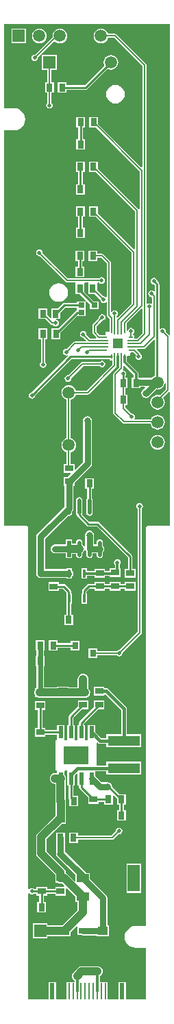
<source format=gtl>
%FSLAX25Y25*%
%MOIN*%
G70*
G01*
G75*
G04 Layer_Physical_Order=1*
G04 Layer_Color=255*
%ADD10R,0.03150X0.03937*%
%ADD11R,0.02362X0.07874*%
%ADD12R,0.01063X0.07874*%
%ADD13R,0.03937X0.03150*%
%ADD14R,0.05906X0.12992*%
%ADD15R,0.05906X0.03937*%
%ADD16R,0.01969X0.07874*%
%ADD17O,0.01969X0.07874*%
%ADD18R,0.05118X0.05118*%
%ADD19R,0.02362X0.00787*%
%ADD20R,0.03150X0.00787*%
%ADD21R,0.00787X0.02362*%
%ADD22R,0.00787X0.03150*%
%ADD23R,0.03150X0.02559*%
%ADD24R,0.15748X0.05118*%
%ADD25C,0.05906*%
%ADD26R,0.03937X0.04724*%
%ADD27R,0.12402X0.08898*%
%ADD28R,0.02400X0.05906*%
%ADD29R,0.04724X0.03937*%
%ADD30R,0.03150X0.03543*%
%ADD31R,0.03150X0.03543*%
%ADD32R,0.01575X0.03937*%
%ADD33C,0.00787*%
%ADD34C,0.01000*%
%ADD35C,0.01181*%
%ADD36C,0.03150*%
%ADD37C,0.03937*%
%ADD38C,0.02362*%
%ADD39C,0.01575*%
%ADD40R,0.05906X0.05906*%
%ADD41R,0.05906X0.05906*%
%ADD42C,0.01969*%
%ADD43C,0.03150*%
%ADD44C,0.01575*%
G36*
X81674Y-151885D02*
X81212Y-152076D01*
X79685Y-150549D01*
X79716Y-150394D01*
X79594Y-149779D01*
X79246Y-149258D01*
X78725Y-148910D01*
X78110Y-148788D01*
X77496Y-148910D01*
X76982Y-149253D01*
X76906Y-149213D01*
X76542Y-148969D01*
Y-127516D01*
X76542Y-127516D01*
X76457Y-127091D01*
X76216Y-126730D01*
X75498Y-126012D01*
X75503Y-125984D01*
X75381Y-125370D01*
X75033Y-124849D01*
X74512Y-124501D01*
X73898Y-124379D01*
X73283Y-124501D01*
X72762Y-124849D01*
X72414Y-125370D01*
X72292Y-125984D01*
X72414Y-126599D01*
X72762Y-127120D01*
X73283Y-127468D01*
X73898Y-127590D01*
X73925Y-127584D01*
X74318Y-127977D01*
Y-130601D01*
X73852Y-130912D01*
X73331Y-130564D01*
X72716Y-130442D01*
X72102Y-130564D01*
X71581Y-130912D01*
X71233Y-131433D01*
X71111Y-132047D01*
X71233Y-132662D01*
X71581Y-133183D01*
X72102Y-133531D01*
X72716Y-133653D01*
X72942Y-134786D01*
Y-136586D01*
X72501Y-136822D01*
X72386Y-136745D01*
X71772Y-136623D01*
X71157Y-136745D01*
X70697Y-137053D01*
X70256Y-136817D01*
Y-20984D01*
X70179Y-20600D01*
X69962Y-20275D01*
X55677Y-5990D01*
X55352Y-5773D01*
X54968Y-5697D01*
X51530D01*
X51205Y-4913D01*
X50637Y-4173D01*
X49897Y-3605D01*
X49035Y-3248D01*
X48110Y-3126D01*
X47185Y-3248D01*
X46323Y-3605D01*
X45583Y-4173D01*
X45015Y-4913D01*
X44658Y-5775D01*
X44536Y-6700D01*
X44658Y-7625D01*
X45015Y-8487D01*
X45583Y-9227D01*
X46323Y-9795D01*
X47185Y-10152D01*
X48110Y-10274D01*
X49035Y-10152D01*
X49897Y-9795D01*
X50637Y-9227D01*
X51205Y-8487D01*
X51530Y-7704D01*
X54552D01*
X68248Y-21400D01*
Y-70390D01*
X67787Y-70582D01*
X46650Y-49446D01*
Y-46141D01*
X42320D01*
Y-51259D01*
X45625D01*
X66870Y-72504D01*
Y-90902D01*
X66392Y-91047D01*
X66300Y-90909D01*
X46515Y-71124D01*
Y-67819D01*
X42184D01*
Y-72937D01*
X45489D01*
X64587Y-92035D01*
Y-110313D01*
X64125Y-110504D01*
X46510Y-92889D01*
Y-89584D01*
X42179D01*
Y-94702D01*
X45485D01*
X63012Y-112230D01*
Y-136907D01*
X56271Y-143649D01*
X55809Y-143457D01*
Y-142918D01*
X55941Y-142830D01*
X56289Y-142309D01*
X56411Y-141695D01*
X56289Y-141080D01*
X55941Y-140560D01*
X55420Y-140211D01*
X54805Y-140089D01*
X54191Y-140211D01*
X53670Y-140560D01*
X53411Y-140947D01*
X52933Y-140802D01*
Y-117008D01*
X52856Y-116624D01*
X52639Y-116298D01*
X49332Y-112992D01*
X49007Y-112775D01*
X48623Y-112698D01*
X46415D01*
Y-111143D01*
X42085D01*
Y-116261D01*
X46415D01*
Y-114705D01*
X48207D01*
X50926Y-117423D01*
Y-133545D01*
X50693Y-133700D01*
X50485Y-133811D01*
X49984Y-133477D01*
X49370Y-133355D01*
X49215Y-133386D01*
X46305Y-130476D01*
Y-127041D01*
X46305D01*
Y-126987D01*
X46659Y-126633D01*
X47162D01*
X47251Y-126765D01*
X47771Y-127113D01*
X48386Y-127236D01*
X49000Y-127113D01*
X49521Y-126765D01*
X49869Y-126244D01*
X49992Y-125630D01*
X49869Y-125015D01*
X49521Y-124495D01*
X49000Y-124146D01*
X48386Y-124024D01*
X47771Y-124146D01*
X47251Y-124495D01*
X47162Y-124626D01*
X31951D01*
X19685Y-112361D01*
X19716Y-112205D01*
X19593Y-111591D01*
X19245Y-111070D01*
X18724Y-110722D01*
X18110Y-110599D01*
X17495Y-110722D01*
X16975Y-111070D01*
X16627Y-111591D01*
X16504Y-112205D01*
X16627Y-112819D01*
X16975Y-113340D01*
X17495Y-113688D01*
X18110Y-113811D01*
X18266Y-113780D01*
X30825Y-126339D01*
X31151Y-126557D01*
X31535Y-126633D01*
X35675D01*
Y-127041D01*
X35675D01*
Y-132159D01*
X37582D01*
X40756Y-135333D01*
Y-135567D01*
X40633Y-135863D01*
X36395D01*
Y-136622D01*
X30176D01*
X30176Y-136622D01*
X29751Y-136706D01*
X29390Y-136947D01*
X29390Y-136947D01*
X27126Y-139211D01*
X23974D01*
Y-143831D01*
X23512Y-144023D01*
X22006Y-142516D01*
Y-139211D01*
X17675D01*
Y-144329D01*
X20980D01*
X23739Y-147088D01*
X24064Y-147305D01*
X24064Y-147305D01*
X24064Y-147305D01*
D01*
X24064Y-147305D01*
X24064Y-147305D01*
X24448Y-147381D01*
X24800D01*
X24888Y-147513D01*
X25409Y-147861D01*
X26024Y-147984D01*
X26638Y-147861D01*
X27159Y-147513D01*
X27507Y-146992D01*
X27629Y-146378D01*
X27507Y-145764D01*
X27159Y-145243D01*
X26638Y-144895D01*
X26297Y-144827D01*
X26346Y-144329D01*
X28305D01*
Y-141177D01*
X30637Y-138846D01*
X36395D01*
Y-139604D01*
Y-140041D01*
X36334Y-140053D01*
X35973Y-140294D01*
X35973Y-140294D01*
X27266Y-149001D01*
X24114D01*
Y-154119D01*
X28445D01*
Y-150967D01*
X36462Y-142950D01*
X40725D01*
Y-139604D01*
Y-135956D01*
X40758Y-135942D01*
D01*
X41187Y-135765D01*
X42694Y-137271D01*
Y-139604D01*
X47025D01*
Y-135863D01*
X44692D01*
X40006Y-131177D01*
Y-127041D01*
X40006D01*
Y-126987D01*
X40359Y-126633D01*
X41974D01*
Y-127041D01*
X41974D01*
Y-132159D01*
X45149D01*
X47795Y-134805D01*
X47764Y-134961D01*
X47887Y-135575D01*
X48235Y-136096D01*
X48756Y-136444D01*
X49370Y-136566D01*
X49984Y-136444D01*
X50485Y-136110D01*
X50693Y-136221D01*
X50926Y-136377D01*
Y-142638D01*
X50926Y-142638D01*
X50926D01*
X51002Y-143022D01*
X51219Y-143347D01*
X52227Y-144355D01*
Y-150101D01*
X52228Y-150108D01*
X51911Y-150495D01*
X50475D01*
Y-151931D01*
X50088Y-152248D01*
X50081Y-152247D01*
X47564D01*
X45885Y-150569D01*
Y-147857D01*
X48585Y-145157D01*
X48740Y-145188D01*
X49355Y-145066D01*
X49876Y-144718D01*
X50224Y-144197D01*
X50346Y-143583D01*
X50224Y-142968D01*
X49876Y-142447D01*
X49355Y-142099D01*
X48740Y-141977D01*
X48126Y-142099D01*
X47605Y-142447D01*
X47257Y-142968D01*
X47135Y-143583D01*
X47165Y-143738D01*
X44172Y-146731D01*
X43955Y-147057D01*
X43878Y-147441D01*
Y-150984D01*
X43878Y-150984D01*
X43878D01*
X43955Y-151368D01*
X44172Y-151694D01*
X45838Y-153360D01*
X45647Y-153822D01*
X42839D01*
X41023Y-152006D01*
X41054Y-151850D01*
X40932Y-151236D01*
X40584Y-150715D01*
X40063Y-150367D01*
X39449Y-150245D01*
X38834Y-150367D01*
X38313Y-150715D01*
X37965Y-151236D01*
X37843Y-151850D01*
X37965Y-152465D01*
X38313Y-152986D01*
X38834Y-153334D01*
X39449Y-153456D01*
X39604Y-153425D01*
X41114Y-154935D01*
X40922Y-155396D01*
X35293D01*
X34909Y-155473D01*
X34583Y-155690D01*
X31376Y-158898D01*
X31220Y-158867D01*
X30606Y-158989D01*
X30085Y-159337D01*
X29737Y-159858D01*
X29615Y-160472D01*
X29737Y-161087D01*
X30085Y-161608D01*
X30606Y-161956D01*
X31220Y-162078D01*
X31835Y-161956D01*
X32116Y-162377D01*
X14517Y-179976D01*
X14490Y-179971D01*
X13875Y-180093D01*
X13354Y-180441D01*
X13006Y-180962D01*
X12884Y-181576D01*
X13006Y-182191D01*
X13354Y-182712D01*
X13875Y-183060D01*
X14490Y-183182D01*
X15104Y-183060D01*
X15625Y-182712D01*
X15973Y-182191D01*
X16095Y-181576D01*
X16090Y-181549D01*
X33810Y-163829D01*
X52246D01*
Y-164471D01*
X53802D01*
Y-166472D01*
X41203Y-179071D01*
X35871D01*
X35547Y-178288D01*
X34979Y-177548D01*
X34239Y-176980D01*
X33377Y-176623D01*
X32452Y-176501D01*
X31527Y-176623D01*
X30665Y-176980D01*
X29925Y-177548D01*
X29357Y-178288D01*
X29000Y-179150D01*
X28878Y-180075D01*
X29000Y-181000D01*
X29357Y-181862D01*
X29925Y-182602D01*
X30665Y-183170D01*
X31448Y-183494D01*
Y-202246D01*
X30665Y-202570D01*
X29925Y-203138D01*
X29357Y-203878D01*
X29000Y-204740D01*
X28878Y-205665D01*
X29000Y-206590D01*
X29357Y-207452D01*
X29925Y-208192D01*
X30665Y-208760D01*
X31436Y-209080D01*
Y-214835D01*
X30041D01*
Y-219166D01*
X33265D01*
X33456Y-219628D01*
X31949Y-221134D01*
X30041D01*
Y-225465D01*
X30330D01*
Y-235490D01*
X17218Y-248602D01*
X16740Y-249318D01*
X16572Y-250163D01*
Y-268110D01*
X16740Y-268955D01*
X17218Y-269671D01*
X17935Y-270150D01*
X18779Y-270318D01*
X25129D01*
X25130Y-270318D01*
X31162D01*
Y-270732D01*
X33918D01*
Y-269752D01*
X34038Y-269672D01*
X34517Y-268955D01*
X34685Y-268110D01*
X34517Y-267266D01*
X34038Y-266549D01*
X33918Y-266469D01*
Y-265614D01*
X31162D01*
Y-265903D01*
X25131D01*
X25130Y-265902D01*
X20987D01*
Y-251077D01*
X31991Y-240074D01*
X32538Y-240182D01*
X33153Y-240060D01*
X33674Y-239712D01*
X34021Y-239191D01*
X34144Y-238577D01*
Y-237899D01*
X34578Y-237249D01*
X34746Y-236404D01*
X34668Y-236014D01*
X34746Y-235624D01*
Y-225465D01*
X35159D01*
Y-224169D01*
X43057Y-216271D01*
X43057Y-216271D01*
X43057Y-216271D01*
X43536Y-215555D01*
X43704Y-214710D01*
Y-193937D01*
X43536Y-193092D01*
X43057Y-192376D01*
X42341Y-191897D01*
X41496Y-191729D01*
X40651Y-191897D01*
X39935Y-192376D01*
X39456Y-193092D01*
X39288Y-193937D01*
Y-213795D01*
X35621Y-217463D01*
X35159Y-217271D01*
Y-214835D01*
X33443D01*
Y-209090D01*
X34239Y-208760D01*
X34979Y-208192D01*
X35547Y-207452D01*
X35904Y-206590D01*
X36026Y-205665D01*
X35904Y-204740D01*
X35547Y-203878D01*
X34979Y-203138D01*
X34239Y-202570D01*
X33455Y-202246D01*
Y-183494D01*
X34239Y-183170D01*
X34979Y-182602D01*
X35547Y-181862D01*
X35871Y-181078D01*
X41618D01*
X42002Y-181002D01*
X42328Y-180784D01*
X55515Y-167597D01*
X55660Y-167380D01*
X55732Y-167272D01*
X55809Y-166888D01*
Y-162305D01*
X56951D01*
Y-167889D01*
X54369Y-170472D01*
X54152Y-170797D01*
X54075Y-171181D01*
Y-190079D01*
X54075Y-190079D01*
X54075D01*
X54152Y-190463D01*
X54369Y-190788D01*
X58630Y-195049D01*
X58847Y-195194D01*
X58956Y-195267D01*
X59340Y-195343D01*
X72172D01*
X72194Y-195512D01*
X72551Y-196373D01*
X73119Y-197114D01*
X73859Y-197682D01*
X74721Y-198039D01*
X75646Y-198160D01*
X76571Y-198039D01*
X77433Y-197682D01*
X78173Y-197114D01*
X78741Y-196373D01*
X79098Y-195512D01*
X79220Y-194587D01*
X79098Y-193662D01*
X78741Y-192800D01*
X78173Y-192060D01*
X77433Y-191491D01*
X76571Y-191135D01*
X75646Y-191013D01*
X74721Y-191135D01*
X73859Y-191491D01*
X73119Y-192060D01*
X72551Y-192800D01*
X72329Y-193336D01*
X64634D01*
X64398Y-192895D01*
X64633Y-192544D01*
X64755Y-191929D01*
X64633Y-191315D01*
X64285Y-190794D01*
X63764Y-190446D01*
X63150Y-190323D01*
X62994Y-190354D01*
X60019Y-187380D01*
Y-186289D01*
X61119D01*
Y-181171D01*
X59957D01*
Y-177969D01*
X61026D01*
Y-172851D01*
X59972D01*
Y-172098D01*
X59996Y-172082D01*
X60344Y-171562D01*
X60466Y-170947D01*
X60344Y-170333D01*
X59996Y-169812D01*
X59475Y-169464D01*
X58860Y-169341D01*
X58848Y-169344D01*
X58664Y-169015D01*
X58664D01*
X58664D01*
D01*
X58882Y-168689D01*
X58895Y-168625D01*
X58958Y-168305D01*
Y-167102D01*
X59420Y-166911D01*
X63955Y-171446D01*
Y-172851D01*
X62994D01*
Y-177969D01*
X67325D01*
Y-177329D01*
X69446D01*
X69638Y-177791D01*
X68439Y-178990D01*
X67960Y-179706D01*
X67792Y-180551D01*
X67960Y-181396D01*
X68439Y-182112D01*
X69155Y-182591D01*
X70000Y-182759D01*
X70845Y-182591D01*
X71561Y-182112D01*
X71561Y-182112D01*
X71561Y-182112D01*
X75056Y-178618D01*
X75646Y-178695D01*
X76571Y-178574D01*
X77433Y-178217D01*
X78173Y-177649D01*
X78741Y-176909D01*
X79098Y-176047D01*
X79167Y-175523D01*
X79666Y-175556D01*
Y-178420D01*
X76651Y-181435D01*
X76571Y-181402D01*
X75646Y-181280D01*
X74721Y-181402D01*
X73859Y-181759D01*
X73119Y-182327D01*
X72551Y-183067D01*
X72194Y-183929D01*
X72072Y-184854D01*
X72194Y-185779D01*
X72551Y-186641D01*
X73119Y-187381D01*
X73859Y-187949D01*
X74721Y-188306D01*
X75646Y-188428D01*
X76571Y-188306D01*
X77433Y-187949D01*
X78173Y-187381D01*
X78741Y-186641D01*
X79098Y-185779D01*
X79220Y-184854D01*
X79098Y-183929D01*
X78741Y-183067D01*
X78357Y-182567D01*
X81212Y-179712D01*
X81674Y-179903D01*
Y-245060D01*
X70866D01*
X70482Y-245136D01*
X70157Y-245354D01*
X69939Y-245679D01*
X69863Y-246063D01*
Y-439548D01*
X64961D01*
Y-439521D01*
X63573Y-439704D01*
X62280Y-440239D01*
X61170Y-441091D01*
X60318Y-442202D01*
X59782Y-443495D01*
X59600Y-444882D01*
X59782Y-446270D01*
X60318Y-447563D01*
X61170Y-448673D01*
X62280Y-449525D01*
X63573Y-450060D01*
X64961Y-450243D01*
Y-450216D01*
X69863D01*
Y-475375D01*
X60210D01*
Y-466812D01*
X56666D01*
Y-475375D01*
X51410D01*
Y-466812D01*
X47556D01*
Y-463951D01*
X47642Y-463915D01*
X48176Y-463505D01*
X48587Y-462971D01*
X48844Y-462348D01*
X48932Y-461680D01*
X48844Y-461012D01*
X48587Y-460390D01*
X48176Y-459855D01*
X47642Y-459445D01*
X47019Y-459187D01*
X46351Y-459099D01*
X38753D01*
X38085Y-459187D01*
X37827Y-459294D01*
X37462Y-459445D01*
X36928Y-459855D01*
X34684Y-462099D01*
X34273Y-462634D01*
X34016Y-463256D01*
X33928Y-463924D01*
X34016Y-464592D01*
X34273Y-465215D01*
X34684Y-465750D01*
X35218Y-466160D01*
X35304Y-466195D01*
Y-466812D01*
X31450D01*
Y-475375D01*
X26194D01*
Y-466812D01*
X22650D01*
Y-475375D01*
X12815D01*
Y-423825D01*
X13293Y-423680D01*
X13354Y-423772D01*
X13875Y-424120D01*
X14490Y-424242D01*
X15104Y-424120D01*
X15625Y-423772D01*
X15641Y-423748D01*
X16701D01*
Y-424802D01*
X18148D01*
Y-427941D01*
X17085D01*
Y-433059D01*
X21416D01*
Y-427941D01*
X20372D01*
Y-424802D01*
X21819D01*
Y-423741D01*
X25911D01*
Y-424795D01*
X31029D01*
Y-421459D01*
X31491Y-421268D01*
X35725Y-425502D01*
Y-427954D01*
X36687D01*
Y-431870D01*
X29227Y-439331D01*
X22037D01*
Y-438369D01*
X14951D01*
Y-445456D01*
X22037D01*
Y-444493D01*
X27380D01*
Y-444508D01*
X33285D01*
Y-442573D01*
X36282Y-439576D01*
X36744Y-439767D01*
Y-444026D01*
X39047D01*
X39314Y-444079D01*
X46023D01*
Y-444430D01*
X51928D01*
Y-439312D01*
X51183D01*
Y-426047D01*
X51015Y-425202D01*
X50537Y-424486D01*
X42812Y-416761D01*
Y-413781D01*
X40879D01*
X40830Y-413707D01*
X30658Y-403536D01*
Y-396730D01*
X30616Y-396517D01*
Y-394171D01*
X26285D01*
Y-396517D01*
X26243Y-396730D01*
Y-404450D01*
X26411Y-405295D01*
X26889Y-406011D01*
X35725Y-414847D01*
Y-417548D01*
X35263Y-417739D01*
X32029Y-414505D01*
X31494Y-414095D01*
X31183Y-413966D01*
X31051Y-413911D01*
Y-413667D01*
X30963Y-412999D01*
X30856Y-412741D01*
X30705Y-412376D01*
X30295Y-411842D01*
X21715Y-403262D01*
Y-397388D01*
X29244Y-389859D01*
X31106D01*
Y-387074D01*
X31128Y-386906D01*
Y-378819D01*
X31051Y-378236D01*
Y-368352D01*
X31116Y-367857D01*
X31028Y-367189D01*
X30770Y-366566D01*
X30360Y-366032D01*
X30326Y-366005D01*
Y-364313D01*
X30326D01*
Y-364210D01*
X30679Y-363857D01*
X31745D01*
Y-364313D01*
X31745D01*
Y-371400D01*
X32423D01*
Y-377508D01*
X32423Y-377508D01*
X32508Y-377934D01*
X32658Y-378158D01*
Y-381355D01*
X36989D01*
Y-376237D01*
X34647D01*
Y-371400D01*
X35326D01*
Y-366228D01*
X36283Y-365271D01*
X36745Y-365462D01*
Y-371400D01*
X37423D01*
Y-372145D01*
X37423Y-372145D01*
X37508Y-372571D01*
X37749Y-372931D01*
X41859Y-377042D01*
Y-380194D01*
X46977D01*
Y-379140D01*
X49576D01*
Y-380594D01*
X53907D01*
Y-376127D01*
X54369Y-375936D01*
X55875Y-377443D01*
Y-380594D01*
X56928D01*
Y-383256D01*
X55945D01*
Y-388374D01*
X60276D01*
Y-383256D01*
X59152D01*
Y-380594D01*
X60206D01*
Y-375476D01*
X57054D01*
X53520Y-371943D01*
X53546Y-371811D01*
X53378Y-370966D01*
X52900Y-370250D01*
X52184Y-369771D01*
X51339Y-369603D01*
X48404D01*
X45326Y-366525D01*
Y-364630D01*
X45326Y-364630D01*
D01*
D01*
X45326Y-364313D01*
D01*
X45363Y-364276D01*
X50798D01*
Y-366021D01*
X67728D01*
Y-359722D01*
X50798D01*
Y-361467D01*
X46035D01*
Y-350497D01*
X46497Y-350305D01*
X46671Y-350479D01*
X47126Y-350784D01*
X47664Y-350890D01*
X50798D01*
Y-352635D01*
X67728D01*
Y-346336D01*
X60668D01*
Y-333987D01*
X60561Y-333450D01*
X60256Y-332994D01*
X51624Y-324361D01*
X51168Y-324057D01*
X50630Y-323950D01*
X49810D01*
Y-323189D01*
X44692D01*
Y-327520D01*
X49810D01*
Y-327175D01*
X50272Y-326984D01*
X57858Y-334569D01*
Y-346336D01*
X50798D01*
Y-348081D01*
X48246D01*
X45326Y-345160D01*
Y-341813D01*
X41745D01*
Y-348900D01*
X41745D01*
Y-349003D01*
X41391Y-349357D01*
X40326D01*
Y-348900D01*
X40326D01*
Y-341813D01*
X39647D01*
Y-341224D01*
X46659Y-334213D01*
X49810D01*
Y-329882D01*
X44692D01*
Y-333034D01*
X37749Y-339977D01*
X37508Y-340338D01*
X37423Y-340764D01*
X37423Y-340764D01*
Y-341813D01*
X36745D01*
Y-348900D01*
X36745D01*
Y-349003D01*
X36391Y-349357D01*
X35326D01*
Y-348900D01*
X35326D01*
Y-341813D01*
X34647D01*
Y-338237D01*
X38798Y-334086D01*
X41950D01*
Y-329755D01*
X36832D01*
Y-332907D01*
X32749Y-336990D01*
X32508Y-337351D01*
X32423Y-337777D01*
X32423Y-337777D01*
Y-341813D01*
X31745D01*
Y-348900D01*
X31745D01*
Y-349003D01*
X31391Y-349357D01*
X30326D01*
Y-348900D01*
X30326D01*
Y-341813D01*
X26745D01*
Y-344245D01*
X21120D01*
Y-343195D01*
X19677D01*
Y-334505D01*
X21130D01*
Y-330174D01*
X16012D01*
Y-334505D01*
X17453D01*
Y-343195D01*
X16002D01*
Y-347526D01*
X21120D01*
Y-346468D01*
X26745D01*
Y-348900D01*
X26745D01*
Y-349003D01*
X26391Y-349357D01*
X26035D01*
Y-363857D01*
X26745D01*
Y-364313D01*
X26745D01*
Y-365276D01*
X25770D01*
X25102Y-365363D01*
X24479Y-365621D01*
X23945Y-366032D01*
X23535Y-366566D01*
X23277Y-367189D01*
X23189Y-367857D01*
X23277Y-368525D01*
X23535Y-369147D01*
X23945Y-369682D01*
X24479Y-370092D01*
X25102Y-370350D01*
X25770Y-370438D01*
X25889D01*
Y-378796D01*
X25966Y-379379D01*
Y-385837D01*
X17309Y-394494D01*
X16898Y-395029D01*
X16770Y-395340D01*
X16641Y-395651D01*
X16553Y-396319D01*
Y-404331D01*
X16641Y-404999D01*
X16770Y-405310D01*
X16898Y-405621D01*
X17309Y-406156D01*
X25889Y-414736D01*
Y-416330D01*
X25911Y-416498D01*
Y-418496D01*
X27088D01*
X27179Y-418566D01*
X27802Y-418823D01*
X28470Y-418911D01*
X29135D01*
X30225Y-420002D01*
X30034Y-420464D01*
X25911D01*
Y-421518D01*
X21819D01*
Y-420471D01*
X16701D01*
Y-421524D01*
X15641D01*
X15625Y-421501D01*
X15104Y-421153D01*
X14490Y-421031D01*
X13875Y-421153D01*
X13354Y-421501D01*
X13293Y-421593D01*
X12815Y-421448D01*
Y-246063D01*
X12738Y-245679D01*
X12521Y-245354D01*
X12195Y-245136D01*
X11811Y-245060D01*
X1003D01*
Y-52578D01*
X5906D01*
Y-52605D01*
X7293Y-52422D01*
X8586Y-51887D01*
X9696Y-51035D01*
X10548Y-49924D01*
X11084Y-48632D01*
X11266Y-47244D01*
X11084Y-45857D01*
X10548Y-44564D01*
X9696Y-43453D01*
X8586Y-42601D01*
X7293Y-42066D01*
X5906Y-41883D01*
Y-41910D01*
X1003D01*
Y-1003D01*
X81674D01*
Y-151885D01*
D02*
G37*
G36*
X68248Y-139576D02*
Y-151260D01*
X65687Y-153822D01*
X64451D01*
Y-152266D01*
X63683D01*
Y-151541D01*
X63815Y-151452D01*
X64163Y-150932D01*
X64285Y-150317D01*
X64163Y-149703D01*
X63815Y-149182D01*
X63294Y-148834D01*
X62679Y-148711D01*
X62065Y-148834D01*
X61544Y-149182D01*
X61196Y-149703D01*
X61115Y-150107D01*
X60630Y-150228D01*
X60532Y-150108D01*
X60533Y-150101D01*
Y-146638D01*
X67787Y-139385D01*
X68248Y-139576D01*
D02*
G37*
G36*
X74318Y-154645D02*
Y-171836D01*
X73859Y-172027D01*
X73242Y-172500D01*
X73111Y-172587D01*
X73024Y-172718D01*
X72874Y-172914D01*
X67325D01*
Y-172851D01*
X66364D01*
Y-170947D01*
X66272Y-170486D01*
X66011Y-170096D01*
X66011Y-170096D01*
X60734Y-164818D01*
Y-162699D01*
X60732Y-162692D01*
X61050Y-162305D01*
X62286D01*
Y-160869D01*
X62672Y-160552D01*
X62679Y-160553D01*
X63937D01*
X65179Y-161795D01*
X64973Y-162102D01*
X64851Y-162716D01*
X64973Y-163331D01*
X65321Y-163852D01*
X65842Y-164200D01*
X66457Y-164322D01*
X67071Y-164200D01*
X67592Y-163852D01*
X67940Y-163331D01*
X68062Y-162716D01*
X67940Y-162102D01*
X67592Y-161581D01*
X67423Y-161469D01*
X67384Y-161269D01*
X67166Y-160944D01*
X65663Y-159440D01*
X65854Y-158978D01*
X68915D01*
X69299Y-158902D01*
X69625Y-158684D01*
X73856Y-154453D01*
X74318Y-154645D01*
D02*
G37*
%LPC*%
G36*
X56063Y-261190D02*
X55449Y-261312D01*
X54928Y-261660D01*
X54580Y-262181D01*
X54457Y-262795D01*
X54580Y-263410D01*
X54928Y-263931D01*
X54936Y-263936D01*
Y-265538D01*
X52421D01*
Y-266969D01*
X50059D01*
Y-265835D01*
X44941D01*
Y-266969D01*
X41398D01*
Y-265614D01*
X38642D01*
Y-270732D01*
X41398D01*
Y-269377D01*
X44941D01*
Y-270166D01*
X50059D01*
Y-269377D01*
X52421D01*
Y-269869D01*
X57539D01*
Y-265538D01*
X57344D01*
Y-263712D01*
X57546Y-263410D01*
X57669Y-262795D01*
X57546Y-262181D01*
X57198Y-261660D01*
X56677Y-261312D01*
X56063Y-261190D01*
D02*
G37*
G36*
X37538Y-231066D02*
X36924Y-231188D01*
X36403Y-231536D01*
X36055Y-232057D01*
X35932Y-232671D01*
Y-238577D01*
X36055Y-239191D01*
X36403Y-239712D01*
X36441Y-239738D01*
X36511Y-240090D01*
X36752Y-240450D01*
X41182Y-244881D01*
X41182Y-244881D01*
X41543Y-245122D01*
X41543Y-245122D01*
X41543Y-245122D01*
D01*
X41543Y-245122D01*
X41543Y-245122D01*
X41969Y-245206D01*
X41969Y-245206D01*
X45996D01*
X61188Y-260398D01*
Y-265885D01*
X59741D01*
Y-270216D01*
X64859D01*
Y-265885D01*
X63412D01*
Y-259938D01*
X63327Y-259512D01*
X63086Y-259152D01*
X63086Y-259152D01*
X47243Y-243308D01*
X46882Y-243067D01*
X46457Y-242983D01*
X46457Y-242983D01*
X42429D01*
X38868Y-239421D01*
X39022Y-239191D01*
X39144Y-238577D01*
Y-232671D01*
X39022Y-232057D01*
X38673Y-231536D01*
X38153Y-231188D01*
X37538Y-231066D01*
D02*
G37*
G36*
X50059Y-272134D02*
X44941D01*
Y-273188D01*
X42157D01*
X42157Y-273188D01*
X41732Y-273272D01*
X41371Y-273513D01*
X41371Y-273513D01*
X39234Y-275650D01*
X38993Y-276011D01*
X38908Y-276436D01*
X38908Y-276437D01*
Y-277819D01*
X38642D01*
Y-282937D01*
X41398D01*
Y-277819D01*
X41132D01*
Y-276897D01*
X42618Y-275412D01*
X44941D01*
Y-276465D01*
X50059D01*
Y-275507D01*
X52421D01*
Y-276562D01*
X57539D01*
Y-275507D01*
X59741D01*
Y-276515D01*
X64859D01*
Y-272184D01*
X59741D01*
Y-273283D01*
X57539D01*
Y-272231D01*
X52421D01*
Y-273283D01*
X50059D01*
Y-272134D01*
D02*
G37*
G36*
X75646Y-200745D02*
X74721Y-200867D01*
X73859Y-201224D01*
X73119Y-201792D01*
X72551Y-202532D01*
X72194Y-203394D01*
X72072Y-204319D01*
X72194Y-205244D01*
X72551Y-206106D01*
X73119Y-206846D01*
X73859Y-207414D01*
X74721Y-207771D01*
X75646Y-207893D01*
X76571Y-207771D01*
X77433Y-207414D01*
X78173Y-206846D01*
X78741Y-206106D01*
X79098Y-205244D01*
X79220Y-204319D01*
X79098Y-203394D01*
X78741Y-202532D01*
X78173Y-201792D01*
X77433Y-201224D01*
X76571Y-200867D01*
X75646Y-200745D01*
D02*
G37*
G36*
X44679Y-221782D02*
X40348D01*
Y-226901D01*
X41426D01*
Y-231520D01*
X41403Y-231536D01*
X41055Y-232057D01*
X40933Y-232671D01*
Y-238577D01*
X41055Y-239191D01*
X41403Y-239712D01*
X41924Y-240060D01*
X42538Y-240182D01*
X43153Y-240060D01*
X43674Y-239712D01*
X44021Y-239191D01*
X44144Y-238577D01*
Y-232671D01*
X44021Y-232057D01*
X43674Y-231536D01*
X43650Y-231520D01*
Y-226901D01*
X44679D01*
Y-221782D01*
D02*
G37*
G36*
X42538Y-247223D02*
X41693Y-247391D01*
X40977Y-247869D01*
X40498Y-248586D01*
X40330Y-249430D01*
Y-254869D01*
X39840Y-254966D01*
X39773Y-254806D01*
X39363Y-254271D01*
X39144Y-254103D01*
Y-253144D01*
X39022Y-252529D01*
X38673Y-252008D01*
X38153Y-251660D01*
X37538Y-251538D01*
X36924Y-251660D01*
X36403Y-252008D01*
X36055Y-252529D01*
X35932Y-253144D01*
Y-253515D01*
X34113D01*
Y-251569D01*
X30963D01*
Y-253917D01*
X25770D01*
X24925Y-254085D01*
X24209Y-254563D01*
X23730Y-255279D01*
X23562Y-256124D01*
X23730Y-256969D01*
X24209Y-257685D01*
X24925Y-258164D01*
X25770Y-258332D01*
X30963D01*
Y-260624D01*
X34113D01*
Y-258678D01*
X35932D01*
Y-259049D01*
X36055Y-259664D01*
X36403Y-260185D01*
X36924Y-260532D01*
X37538Y-260655D01*
X38153Y-260532D01*
X38673Y-260185D01*
X39022Y-259664D01*
X39144Y-259049D01*
Y-258090D01*
X39363Y-257922D01*
X39773Y-257387D01*
X39994Y-256856D01*
X40491Y-256905D01*
X40498Y-256941D01*
X40933Y-257591D01*
Y-259049D01*
X41055Y-259664D01*
X41403Y-260185D01*
X41924Y-260532D01*
X42538Y-260655D01*
X43153Y-260532D01*
X43674Y-260185D01*
X44021Y-259664D01*
X44144Y-259049D01*
Y-258304D01*
X45932D01*
Y-259049D01*
X46055Y-259664D01*
X46403Y-260185D01*
X46924Y-260532D01*
X47538Y-260655D01*
X48153Y-260532D01*
X48673Y-260185D01*
X49022Y-259664D01*
X49144Y-259049D01*
Y-257591D01*
X49578Y-256941D01*
X49746Y-256096D01*
X49578Y-255252D01*
X49144Y-254602D01*
Y-253144D01*
X49022Y-252529D01*
X48673Y-252008D01*
X48153Y-251660D01*
X47538Y-251538D01*
X46924Y-251660D01*
X46403Y-252008D01*
X46055Y-252529D01*
X45932Y-253144D01*
Y-253889D01*
X44746D01*
Y-249430D01*
X44578Y-248586D01*
X44099Y-247869D01*
X43383Y-247391D01*
X42538Y-247223D01*
D02*
G37*
G36*
X20717Y-300583D02*
X16386D01*
Y-305701D01*
X16765D01*
Y-308123D01*
X16386D01*
Y-313241D01*
X16765D01*
Y-323875D01*
X16012D01*
Y-324893D01*
X15814Y-325372D01*
X15726Y-326040D01*
X15814Y-326708D01*
X16012Y-327187D01*
Y-328206D01*
X16925D01*
X17017Y-328276D01*
X17639Y-328534D01*
X18307Y-328622D01*
X40276D01*
X40944Y-328534D01*
X41566Y-328276D01*
X42101Y-327866D01*
X42511Y-327331D01*
X42769Y-326708D01*
X42857Y-326040D01*
X42769Y-325372D01*
X42511Y-324750D01*
X42101Y-324215D01*
X41973Y-324117D01*
Y-319428D01*
X41884Y-318759D01*
X41627Y-318137D01*
X41216Y-317602D01*
X40682Y-317192D01*
X40059Y-316934D01*
X39391Y-316846D01*
X38723Y-316934D01*
X38101Y-317192D01*
X37566Y-317602D01*
X37156Y-318137D01*
X36898Y-318759D01*
X36810Y-319428D01*
Y-323459D01*
X32474D01*
Y-323075D01*
X26569D01*
Y-323459D01*
X20378D01*
Y-313241D01*
X20717D01*
Y-308123D01*
X20378D01*
Y-305701D01*
X20717D01*
Y-300583D01*
D02*
G37*
G36*
X56931Y-391739D02*
X56316Y-391861D01*
X55795Y-392210D01*
X55447Y-392730D01*
X55325Y-393345D01*
X55356Y-393500D01*
X53130Y-395726D01*
X36915D01*
Y-394171D01*
X32584D01*
Y-399289D01*
X36915D01*
Y-397733D01*
X53546D01*
X53930Y-397657D01*
X54255Y-397440D01*
X56775Y-394920D01*
X56931Y-394951D01*
X57545Y-394828D01*
X58066Y-394480D01*
X58414Y-393959D01*
X58536Y-393345D01*
X58414Y-392730D01*
X58066Y-392210D01*
X57545Y-391861D01*
X56931Y-391739D01*
D02*
G37*
G36*
X67615Y-409253D02*
X60528D01*
Y-423426D01*
X67615D01*
Y-409253D01*
D02*
G37*
G36*
X27689Y-272244D02*
X22571D01*
Y-276575D01*
X27689D01*
Y-275521D01*
X29618D01*
X31341Y-277245D01*
Y-277819D01*
X31162D01*
Y-282937D01*
X31341D01*
Y-288159D01*
X30244D01*
Y-293277D01*
X34574D01*
Y-288159D01*
X33565D01*
Y-282937D01*
X33918D01*
Y-277819D01*
X33565D01*
Y-276784D01*
X33481Y-276359D01*
X33240Y-275998D01*
X33240Y-275998D01*
X30865Y-273623D01*
X30504Y-273382D01*
X30079Y-273298D01*
X30079Y-273298D01*
X27689D01*
Y-272244D01*
D02*
G37*
G36*
X66929Y-233827D02*
X66315Y-233950D01*
X65794Y-234298D01*
X65446Y-234819D01*
X65324Y-235433D01*
X65446Y-236048D01*
X65794Y-236568D01*
X65926Y-236656D01*
Y-296474D01*
X57086Y-305313D01*
X56931Y-305282D01*
X56316Y-305405D01*
X55795Y-305753D01*
X55707Y-305885D01*
X46337D01*
Y-304526D01*
X42006D01*
Y-309250D01*
X46337D01*
Y-307892D01*
X55707D01*
X55795Y-308024D01*
X56316Y-308372D01*
X56931Y-308494D01*
X57545Y-308372D01*
X58066Y-308024D01*
X58414Y-307503D01*
X58536Y-306888D01*
X58505Y-306733D01*
X67639Y-297599D01*
X67856Y-297274D01*
X67869Y-297210D01*
X67933Y-296890D01*
Y-236656D01*
X68064Y-236568D01*
X68413Y-236048D01*
X68535Y-235433D01*
X68413Y-234819D01*
X68064Y-234298D01*
X67544Y-233950D01*
X66929Y-233827D01*
D02*
G37*
G36*
X27016Y-300583D02*
X22685D01*
Y-305701D01*
X27016D01*
Y-304260D01*
X33345D01*
Y-305510D01*
X37676D01*
Y-300786D01*
X33345D01*
Y-302036D01*
X27016D01*
Y-300583D01*
D02*
G37*
G36*
X22146Y-149001D02*
X17815D01*
Y-154119D01*
X18977D01*
Y-165299D01*
X18825Y-165400D01*
X18477Y-165921D01*
X18355Y-166535D01*
X18477Y-167150D01*
X18825Y-167671D01*
X19346Y-168019D01*
X19961Y-168141D01*
X20575Y-168019D01*
X21096Y-167671D01*
X21444Y-167150D01*
X21566Y-166535D01*
X21444Y-165921D01*
X21096Y-165400D01*
X20984Y-165325D01*
Y-154119D01*
X22146D01*
Y-149001D01*
D02*
G37*
G36*
X40351Y-46141D02*
X36021D01*
Y-51259D01*
X37074D01*
Y-56931D01*
X36035D01*
Y-62049D01*
X40366D01*
Y-56931D01*
X39298D01*
Y-51259D01*
X40351D01*
Y-46141D01*
D02*
G37*
G36*
X40216Y-67819D02*
X35885D01*
Y-72937D01*
X36938D01*
Y-78761D01*
X35865D01*
Y-83879D01*
X40196D01*
Y-78761D01*
X39162D01*
Y-72937D01*
X40216D01*
Y-67819D01*
D02*
G37*
G36*
X40211Y-89584D02*
X35880D01*
Y-94702D01*
X36934D01*
Y-99871D01*
X35905D01*
Y-104989D01*
X40236D01*
Y-99871D01*
X39157D01*
Y-94702D01*
X40211D01*
Y-89584D01*
D02*
G37*
G36*
X52950Y-15966D02*
X52025Y-16088D01*
X51163Y-16445D01*
X50423Y-17013D01*
X49855Y-17753D01*
X49498Y-18615D01*
X49376Y-19540D01*
X49498Y-20465D01*
X49777Y-21140D01*
X40239Y-30678D01*
X31475D01*
Y-29231D01*
X27144D01*
Y-34349D01*
X31475D01*
Y-32902D01*
X40700D01*
X40700Y-32902D01*
X41126Y-32817D01*
X41486Y-32576D01*
X51350Y-22713D01*
X52025Y-22992D01*
X52950Y-23114D01*
X53875Y-22992D01*
X54737Y-22635D01*
X55477Y-22067D01*
X56045Y-21327D01*
X56402Y-20465D01*
X56524Y-19540D01*
X56402Y-18615D01*
X56045Y-17753D01*
X55477Y-17013D01*
X54737Y-16445D01*
X53875Y-16088D01*
X52950Y-15966D01*
D02*
G37*
G36*
X55118Y-30473D02*
X53936Y-30628D01*
X52835Y-31085D01*
X51889Y-31810D01*
X51163Y-32756D01*
X50707Y-33858D01*
X50551Y-35039D01*
X50707Y-36221D01*
X51163Y-37323D01*
X51889Y-38269D01*
X52835Y-38994D01*
X53936Y-39450D01*
X55118Y-39606D01*
X56300Y-39450D01*
X57402Y-38994D01*
X58347Y-38269D01*
X59073Y-37323D01*
X59529Y-36221D01*
X59685Y-35039D01*
X59529Y-33858D01*
X59073Y-32756D01*
X58347Y-31810D01*
X57402Y-31085D01*
X56300Y-30628D01*
X55118Y-30473D01*
D02*
G37*
G36*
X26493Y-15997D02*
X19407D01*
Y-23083D01*
X21946D01*
Y-29231D01*
X20845D01*
Y-34349D01*
X22007D01*
Y-39231D01*
X21875Y-39319D01*
X21527Y-39840D01*
X21405Y-40454D01*
X21527Y-41069D01*
X21875Y-41590D01*
X22396Y-41938D01*
X23010Y-42060D01*
X23625Y-41938D01*
X24146Y-41590D01*
X24494Y-41069D01*
X24616Y-40454D01*
X24494Y-39840D01*
X24146Y-39319D01*
X24014Y-39231D01*
Y-34349D01*
X25176D01*
Y-29231D01*
X23953D01*
Y-23083D01*
X26493D01*
Y-15997D01*
D02*
G37*
G36*
X28110Y-3126D02*
X27185Y-3248D01*
X26323Y-3605D01*
X25583Y-4173D01*
X25015Y-4913D01*
X24658Y-5775D01*
X24536Y-6700D01*
X24598Y-7172D01*
X15982Y-15788D01*
X15827Y-15756D01*
X15212Y-15879D01*
X14691Y-16227D01*
X14343Y-16748D01*
X14221Y-17362D01*
X14343Y-17977D01*
X14691Y-18498D01*
X15212Y-18846D01*
X15827Y-18968D01*
X16441Y-18846D01*
X16962Y-18498D01*
X17310Y-17977D01*
X17432Y-17362D01*
X17402Y-17207D01*
X25394Y-9215D01*
X25583Y-9227D01*
X26323Y-9795D01*
X27185Y-10152D01*
X28110Y-10274D01*
X29035Y-10152D01*
X29897Y-9795D01*
X30637Y-9227D01*
X31205Y-8487D01*
X31562Y-7625D01*
X31684Y-6700D01*
X31562Y-5775D01*
X31205Y-4913D01*
X30637Y-4173D01*
X29897Y-3605D01*
X29035Y-3248D01*
X28110Y-3126D01*
D02*
G37*
G36*
X11653Y-3157D02*
X4567D01*
Y-10243D01*
X11653D01*
Y-3157D01*
D02*
G37*
G36*
X48622Y-164654D02*
X48008Y-164776D01*
X47487Y-165124D01*
X47399Y-165256D01*
X39134D01*
X38750Y-165333D01*
X38424Y-165550D01*
X32242Y-171732D01*
X32087Y-171701D01*
X31472Y-171824D01*
X30951Y-172172D01*
X30603Y-172693D01*
X30481Y-173307D01*
X30603Y-173922D01*
X30951Y-174443D01*
X31472Y-174791D01*
X32087Y-174913D01*
X32701Y-174791D01*
X33222Y-174443D01*
X33570Y-173922D01*
X33692Y-173307D01*
X33661Y-173152D01*
X39549Y-167263D01*
X47399D01*
X47487Y-167395D01*
X48008Y-167743D01*
X48622Y-167866D01*
X49237Y-167743D01*
X49757Y-167395D01*
X50106Y-166874D01*
X50228Y-166260D01*
X50106Y-165645D01*
X49757Y-165124D01*
X49237Y-164776D01*
X48622Y-164654D01*
D02*
G37*
G36*
X40116Y-111143D02*
X35785D01*
Y-116261D01*
X36869D01*
Y-118861D01*
X35815D01*
Y-123979D01*
X40146D01*
Y-118861D01*
X39092D01*
Y-116261D01*
X40116D01*
Y-111143D01*
D02*
G37*
G36*
X27559Y-126929D02*
X26377Y-127085D01*
X25276Y-127541D01*
X24330Y-128267D01*
X23604Y-129213D01*
X23148Y-130314D01*
X22992Y-131496D01*
X23148Y-132678D01*
X23604Y-133779D01*
X24330Y-134725D01*
X25276Y-135451D01*
X26377Y-135907D01*
X27559Y-136063D01*
X28741Y-135907D01*
X29842Y-135451D01*
X30788Y-134725D01*
X31514Y-133779D01*
X31970Y-132678D01*
X32126Y-131496D01*
X31970Y-130314D01*
X31514Y-129213D01*
X30788Y-128267D01*
X29842Y-127541D01*
X28741Y-127085D01*
X27559Y-126929D01*
D02*
G37*
G36*
X18110Y-3126D02*
X17185Y-3248D01*
X16323Y-3605D01*
X15583Y-4173D01*
X15015Y-4913D01*
X14658Y-5775D01*
X14536Y-6700D01*
X14658Y-7625D01*
X15015Y-8487D01*
X15583Y-9227D01*
X16323Y-9795D01*
X17185Y-10152D01*
X18110Y-10274D01*
X19035Y-10152D01*
X19897Y-9795D01*
X20637Y-9227D01*
X21205Y-8487D01*
X21562Y-7625D01*
X21684Y-6700D01*
X21562Y-5775D01*
X21205Y-4913D01*
X20637Y-4173D01*
X19897Y-3605D01*
X19035Y-3248D01*
X18110Y-3126D01*
D02*
G37*
%LPD*%
D10*
X28524Y-378796D02*
D03*
X34823D02*
D03*
X29310Y-31790D02*
D03*
X23010D02*
D03*
X25550Y-430500D02*
D03*
X19250D02*
D03*
X58110Y-385815D02*
D03*
X51811D02*
D03*
X65646Y-183730D02*
D03*
X58953D02*
D03*
X65160Y-175410D02*
D03*
X58860D02*
D03*
X26280Y-151560D02*
D03*
X19980D02*
D03*
X26140Y-141770D02*
D03*
X19840D02*
D03*
X44280Y-121420D02*
D03*
X37980D02*
D03*
X44250Y-113702D02*
D03*
X37951D02*
D03*
X44370Y-102430D02*
D03*
X38070D02*
D03*
X44345Y-92143D02*
D03*
X38045D02*
D03*
X44330Y-81320D02*
D03*
X38030D02*
D03*
X44350Y-70378D02*
D03*
X38050D02*
D03*
X44500Y-59490D02*
D03*
X38200D02*
D03*
X44485Y-48700D02*
D03*
X38186D02*
D03*
X42513Y-224342D02*
D03*
X49207D02*
D03*
X58040Y-378035D02*
D03*
X51741D02*
D03*
X28450Y-396730D02*
D03*
X34750D02*
D03*
X24850Y-303142D02*
D03*
X18551D02*
D03*
X24850Y-310682D02*
D03*
X18551D02*
D03*
X32409Y-290718D02*
D03*
X38708D02*
D03*
X37840Y-129600D02*
D03*
X44140D02*
D03*
D11*
X58438Y-471340D02*
D03*
X24422D02*
D03*
D12*
X52257D02*
D03*
X50288D02*
D03*
X48320D02*
D03*
X46351D02*
D03*
X44383D02*
D03*
X40446D02*
D03*
X38477D02*
D03*
X36509D02*
D03*
X34540D02*
D03*
X32572D02*
D03*
X30603D02*
D03*
X42414D02*
D03*
D13*
X28470Y-422629D02*
D03*
Y-416330D02*
D03*
X19260Y-415943D02*
D03*
Y-422636D02*
D03*
X62300Y-274350D02*
D03*
Y-268050D02*
D03*
X44418Y-378028D02*
D03*
Y-384328D02*
D03*
X18561Y-345360D02*
D03*
Y-351660D02*
D03*
X18571Y-326040D02*
D03*
Y-332340D02*
D03*
X39391Y-325621D02*
D03*
Y-331921D02*
D03*
X47251Y-325355D02*
D03*
Y-332048D02*
D03*
X25130Y-268110D02*
D03*
Y-274410D02*
D03*
X47500Y-268000D02*
D03*
Y-274300D02*
D03*
X54980Y-267704D02*
D03*
Y-274396D02*
D03*
X39303Y-448554D02*
D03*
Y-441861D02*
D03*
X32600Y-223300D02*
D03*
Y-217000D02*
D03*
D14*
X64072Y-416340D02*
D03*
D15*
X39268Y-425395D02*
D03*
Y-416340D02*
D03*
Y-407285D02*
D03*
D16*
X32538Y-256096D02*
D03*
D17*
X47538Y-235624D02*
D03*
X42538D02*
D03*
X37538D02*
D03*
X32538D02*
D03*
X47538Y-256096D02*
D03*
X42538D02*
D03*
X37538D02*
D03*
D18*
X56380Y-156400D02*
D03*
D19*
X50081Y-159550D02*
D03*
Y-153250D02*
D03*
X62679D02*
D03*
Y-159550D02*
D03*
D20*
X50475Y-157975D02*
D03*
Y-156400D02*
D03*
Y-154825D02*
D03*
X62286D02*
D03*
Y-156400D02*
D03*
Y-157975D02*
D03*
D21*
X53230Y-150101D02*
D03*
X59530D02*
D03*
Y-162699D02*
D03*
X53230D02*
D03*
D22*
X54805Y-150495D02*
D03*
X56380D02*
D03*
X57955D02*
D03*
Y-162305D02*
D03*
X56380D02*
D03*
X54805D02*
D03*
D23*
X44859Y-137733D02*
D03*
X38560D02*
D03*
X44859Y-141080D02*
D03*
X38560D02*
D03*
D24*
X59263Y-362871D02*
D03*
Y-349486D02*
D03*
D25*
X75646Y-204319D02*
D03*
Y-194587D02*
D03*
Y-214052D02*
D03*
Y-175122D02*
D03*
Y-184854D02*
D03*
X18110Y-6700D02*
D03*
X28110D02*
D03*
X38110D02*
D03*
X48110D02*
D03*
X32950Y-19540D02*
D03*
X42950D02*
D03*
X52950D02*
D03*
X18494Y-451912D02*
D03*
X32452Y-205665D02*
D03*
X50168D02*
D03*
X32452Y-180075D02*
D03*
X50168D02*
D03*
D26*
X28547Y-386906D02*
D03*
X36421D02*
D03*
D27*
X36035Y-356607D02*
D03*
D28*
X43535Y-345357D02*
D03*
X38535D02*
D03*
X33535D02*
D03*
X28535D02*
D03*
Y-367857D02*
D03*
X33535D02*
D03*
X38535D02*
D03*
X43535D02*
D03*
D29*
X29521Y-325634D02*
D03*
Y-333508D02*
D03*
X30333Y-449823D02*
D03*
Y-441949D02*
D03*
X48976Y-449745D02*
D03*
Y-441871D02*
D03*
D30*
X44172Y-306888D02*
D03*
X35510Y-303148D02*
D03*
D31*
Y-310628D02*
D03*
D32*
X32540Y-280378D02*
D03*
X40020D02*
D03*
X36280D02*
D03*
X40020Y-268173D02*
D03*
X32540D02*
D03*
D33*
X73945Y-152944D02*
Y-133276D01*
X68915Y-157975D02*
X73945Y-152944D01*
X62286Y-157975D02*
X68915D01*
X71772Y-151890D02*
Y-138228D01*
X67261Y-156400D02*
X71772Y-151890D01*
X62286Y-156400D02*
X67261D01*
X44140Y-129730D02*
Y-129600D01*
Y-129730D02*
X49370Y-134961D01*
X48110Y-6700D02*
X54968D01*
X69252Y-20984D01*
Y-151676D02*
Y-20984D01*
X66102Y-154825D02*
X69252Y-151676D01*
X62286Y-154825D02*
X66102D01*
X31535Y-125630D02*
X48386D01*
X72716Y-132047D02*
X73945Y-133276D01*
X64353Y-159550D02*
X66457Y-161653D01*
Y-162716D02*
Y-161653D01*
X62679Y-159550D02*
X64353D01*
X26489Y-6700D02*
X28110D01*
X15827Y-17362D02*
X26489Y-6700D01*
X39134Y-166260D02*
X48622D01*
X32087Y-173307D02*
X39134Y-166260D01*
X19980Y-166516D02*
Y-151560D01*
X41299Y-160433D02*
X42183Y-159550D01*
X37047Y-159606D02*
X38679Y-157975D01*
X31220Y-160472D02*
X35293Y-156400D01*
X38679Y-157975D02*
X50475D01*
X22950Y-31950D02*
Y-19540D01*
X23010Y-40454D02*
Y-31790D01*
X39449Y-151850D02*
X42424Y-154825D01*
X50475D01*
X44882Y-150984D02*
Y-147441D01*
X48740Y-143583D01*
X19840Y-141770D02*
X24448Y-146378D01*
X26024D01*
X62679Y-153250D02*
Y-150317D01*
X42183Y-159550D02*
X50081D01*
X48623Y-113702D02*
X51929Y-117008D01*
Y-142638D02*
Y-117008D01*
Y-142638D02*
X53230Y-143939D01*
Y-150101D02*
Y-143939D01*
X47148Y-153250D02*
X50081D01*
X44882Y-150984D02*
X47148Y-153250D01*
X74898Y-184607D02*
X80669Y-178835D01*
Y-152953D01*
X78110Y-150394D02*
X80669Y-152953D01*
X54805Y-150495D02*
Y-141695D01*
X44345Y-92143D02*
X64016Y-111814D01*
Y-137323D02*
Y-111814D01*
X56380Y-144959D02*
X64016Y-137323D01*
X56380Y-150495D02*
Y-144959D01*
X44350Y-70378D02*
X65591Y-91619D01*
Y-138189D02*
Y-91619D01*
X57955Y-145825D02*
X65591Y-138189D01*
X57955Y-150495D02*
Y-145825D01*
X44485Y-48700D02*
X67874Y-72089D01*
Y-137878D02*
Y-72089D01*
X59530Y-146222D02*
X67874Y-137878D01*
X59530Y-150101D02*
Y-146222D01*
X35293Y-156400D02*
X50475D01*
X32440Y-217340D02*
Y-205677D01*
X32452Y-205665D02*
Y-180075D01*
X59016Y-187795D02*
X63150Y-191929D01*
X58953Y-183730D02*
X59016Y-183792D01*
Y-187795D02*
Y-183792D01*
X58953Y-183730D02*
Y-175503D01*
X57955Y-168305D02*
Y-162305D01*
X55079Y-171181D02*
X57955Y-168305D01*
X55079Y-190079D02*
Y-171181D01*
X59340Y-194340D02*
X74898D01*
X55079Y-190079D02*
X59340Y-194340D01*
X22950Y-19540D02*
X22950Y-19540D01*
X44250Y-113702D02*
X48623D01*
X41618Y-180075D02*
X54805Y-166888D01*
Y-162305D01*
X32452Y-180075D02*
X41618D01*
X44172Y-306888D02*
X56931D01*
X66929Y-296890D01*
Y-235433D01*
X53546Y-396730D02*
X56931Y-393345D01*
X34750Y-396730D02*
X53546D01*
X18110Y-112205D02*
X31535Y-125630D01*
D34*
X75430Y-174905D02*
Y-127516D01*
Y-175122D02*
Y-174905D01*
X73898Y-173373D02*
X75430Y-174905D01*
X75646Y-175122D01*
X73898Y-125984D02*
X75430Y-127516D01*
X58860Y-175410D02*
Y-170947D01*
X40700Y-31790D02*
X52950Y-19540D01*
X29310Y-31790D02*
X40700D01*
X51816Y-371811D02*
X58040Y-378035D01*
X14490Y-181576D02*
X33350Y-162716D01*
X53213D01*
X14490Y-422636D02*
X19260D01*
Y-430490D02*
Y-422636D01*
X19267Y-422629D01*
X28470D01*
X33535Y-367857D02*
Y-366032D01*
X38535Y-340764D02*
X47251Y-332048D01*
X38535Y-345357D02*
Y-340764D01*
X33535Y-337777D02*
X39391Y-331921D01*
X33535Y-345357D02*
Y-337777D01*
X18565Y-345357D02*
X28535D01*
X18565D02*
Y-332346D01*
X32454Y-290674D02*
Y-276784D01*
X30079Y-274410D02*
X32454Y-276784D01*
X25130Y-274410D02*
X30079D01*
X37538Y-239664D02*
Y-235624D01*
X36760Y-141080D02*
X38560D01*
X26280Y-151560D02*
X36760Y-141080D01*
X30176Y-137733D02*
X38560D01*
X26140Y-141770D02*
X30176Y-137733D01*
X42538Y-235624D02*
Y-224366D01*
X25565Y-303148D02*
X35510D01*
X18565Y-332346D02*
X18571Y-332340D01*
X33535Y-377508D02*
Y-367857D01*
X44418Y-378028D02*
X51734D01*
X58040Y-385745D02*
Y-378035D01*
X38535Y-372145D02*
X44418Y-378028D01*
X38535Y-372145D02*
Y-367857D01*
X33535Y-377508D02*
X34823Y-378796D01*
X62300Y-268050D02*
Y-259938D01*
X48727Y-274395D02*
X62300D01*
X48688Y-274434D02*
X48727Y-274395D01*
X40020Y-280378D02*
Y-276436D01*
X42157Y-274300D01*
X47500D01*
X45964Y-274434D02*
X48688D01*
X37538Y-239664D02*
X41969Y-244094D01*
X46457D01*
X62300Y-259938D01*
X37980Y-121420D02*
Y-113731D01*
X37951Y-113702D02*
X37980Y-113731D01*
X38186Y-59476D02*
Y-48700D01*
X38050Y-81300D02*
Y-70378D01*
X38045Y-102405D02*
Y-92143D01*
D35*
X56140Y-267739D02*
Y-262872D01*
X59530Y-165317D02*
X65160Y-170947D01*
Y-175410D02*
Y-170947D01*
X59530Y-165317D02*
Y-162699D01*
X40020Y-268173D02*
X55706D01*
X46351Y-471340D02*
Y-461680D01*
X36509Y-471340D02*
Y-463924D01*
X37840Y-130715D02*
Y-129600D01*
Y-130715D02*
X44859Y-137733D01*
D36*
X75430Y-175122D02*
X75646D01*
X65448D02*
X75430D01*
X70000Y-180551D02*
X75430Y-175122D01*
X41496Y-214710D02*
Y-193937D01*
X32906Y-223300D02*
X41496Y-214710D01*
X32600Y-223300D02*
X32906D01*
X32538Y-223361D02*
X32600Y-223300D01*
X32538Y-235624D02*
Y-223361D01*
X18779Y-250163D02*
X32538Y-236404D01*
X18779Y-268110D02*
Y-250163D01*
X42538Y-256096D02*
Y-249430D01*
Y-256096D02*
X47538D01*
X25770Y-256124D02*
X32510D01*
X25130Y-268110D02*
X32477D01*
X25130Y-268110D02*
X25130Y-268110D01*
X18779Y-268110D02*
X25130D01*
X28450Y-404450D02*
Y-396730D01*
Y-404450D02*
X39268Y-415268D01*
Y-416340D02*
Y-415268D01*
X39314Y-441871D02*
X48976D01*
Y-426047D01*
X39268Y-416340D02*
X48976Y-426047D01*
X43535Y-367857D02*
X47490Y-371811D01*
X51339D01*
D37*
X32538Y-256096D02*
X37538D01*
X18571Y-326040D02*
X40276D01*
X18307D02*
X18571D01*
X28470Y-378796D02*
Y-367857D01*
X28547Y-386906D02*
Y-378819D01*
X19134Y-396319D02*
X28547Y-386906D01*
X19134Y-404331D02*
Y-396319D01*
Y-404331D02*
X28470Y-413667D01*
Y-416330D02*
Y-413667D01*
Y-416330D02*
X30204D01*
X39268Y-425395D01*
Y-432939D02*
Y-425395D01*
X30296Y-441912D02*
X39268Y-432939D01*
X18494Y-441912D02*
X30296D01*
X39391Y-325621D02*
Y-319428D01*
X36509Y-463924D02*
X38753Y-461680D01*
X46351D01*
X28470Y-367857D02*
X28535D01*
X25770D02*
X28470D01*
D38*
X18571Y-326040D02*
Y-303162D01*
D39*
X59263Y-349486D02*
Y-333987D01*
X50630Y-325355D02*
X59263Y-333987D01*
X47251Y-325355D02*
X50630D01*
X36696Y-362871D02*
X59263D01*
X33535Y-366032D02*
X36696Y-362871D01*
X47664Y-349486D02*
X59263D01*
X43535Y-345357D02*
X47664Y-349486D01*
D40*
X8110Y-6700D02*
D03*
X22950Y-19540D02*
D03*
D41*
X18494Y-441912D02*
D03*
D42*
X65945Y-149173D02*
D03*
X71181Y-160866D02*
D03*
X49370Y-134961D02*
D03*
X71772Y-138228D02*
D03*
X72716Y-132047D02*
D03*
X48386Y-125630D02*
D03*
X66457Y-162716D02*
D03*
X15827Y-17362D02*
D03*
X32087Y-173307D02*
D03*
X48622Y-166260D02*
D03*
X37047Y-159606D02*
D03*
X23010Y-40454D02*
D03*
X39449Y-151850D02*
D03*
X26024Y-146378D02*
D03*
X62679Y-150317D02*
D03*
X19961Y-166535D02*
D03*
X41299Y-160433D02*
D03*
X73898Y-125984D02*
D03*
X48740Y-143583D02*
D03*
X78110Y-150394D02*
D03*
X54805Y-141695D02*
D03*
X31220Y-160472D02*
D03*
X58860Y-170947D02*
D03*
X25770Y-256124D02*
D03*
X18779Y-268110D02*
D03*
X14490Y-181576D02*
D03*
Y-422636D02*
D03*
X17165Y-466811D02*
D03*
X63701Y-434213D02*
D03*
X62835Y-458347D02*
D03*
X35039Y-455669D02*
D03*
X24488Y-461417D02*
D03*
X41890Y-401142D02*
D03*
X41142Y-391102D02*
D03*
X63819Y-371024D02*
D03*
X63701Y-322126D02*
D03*
X33819Y-316024D02*
D03*
X47047Y-293228D02*
D03*
X58425Y-292874D02*
D03*
X24764Y-239724D02*
D03*
X58425Y-233701D02*
D03*
X77047Y-97244D02*
D03*
X78858Y-74764D02*
D03*
X79685Y-143504D02*
D03*
X6772Y-205709D02*
D03*
X61496Y-204409D02*
D03*
X26496Y-213386D02*
D03*
X14961Y-172323D02*
D03*
X25118Y-164016D02*
D03*
X18622Y-125906D02*
D03*
X25984Y-112480D02*
D03*
X3032Y-26496D02*
D03*
X30158Y-39370D02*
D03*
X27913Y-64173D02*
D03*
X29016Y-86221D02*
D03*
X50945Y-104842D02*
D03*
X51929Y-88543D02*
D03*
X53543Y-66732D02*
D03*
X75827Y-49488D02*
D03*
X63701Y-31850D02*
D03*
X63150Y-191929D02*
D03*
X75646Y-204319D02*
D03*
X18110Y-112205D02*
D03*
X56063Y-262795D02*
D03*
X66929Y-235433D02*
D03*
X56931Y-306888D02*
D03*
Y-393345D02*
D03*
X31850Y-354252D02*
D03*
X40276Y-358740D02*
D03*
X36063D02*
D03*
X31850D02*
D03*
X40276Y-354252D02*
D03*
X36063D02*
D03*
X49055Y-120512D02*
D03*
X35118Y-148819D02*
D03*
D43*
X70000Y-180551D02*
D03*
X41496Y-193937D02*
D03*
X28450Y-404450D02*
D03*
X51339Y-371811D02*
D03*
X42538Y-249430D02*
D03*
X39391Y-319428D02*
D03*
X46351Y-461680D02*
D03*
X25770Y-367857D02*
D03*
D44*
X55039Y-155039D02*
D03*
Y-157598D02*
D03*
X57677D02*
D03*
Y-155079D02*
D03*
M02*

</source>
